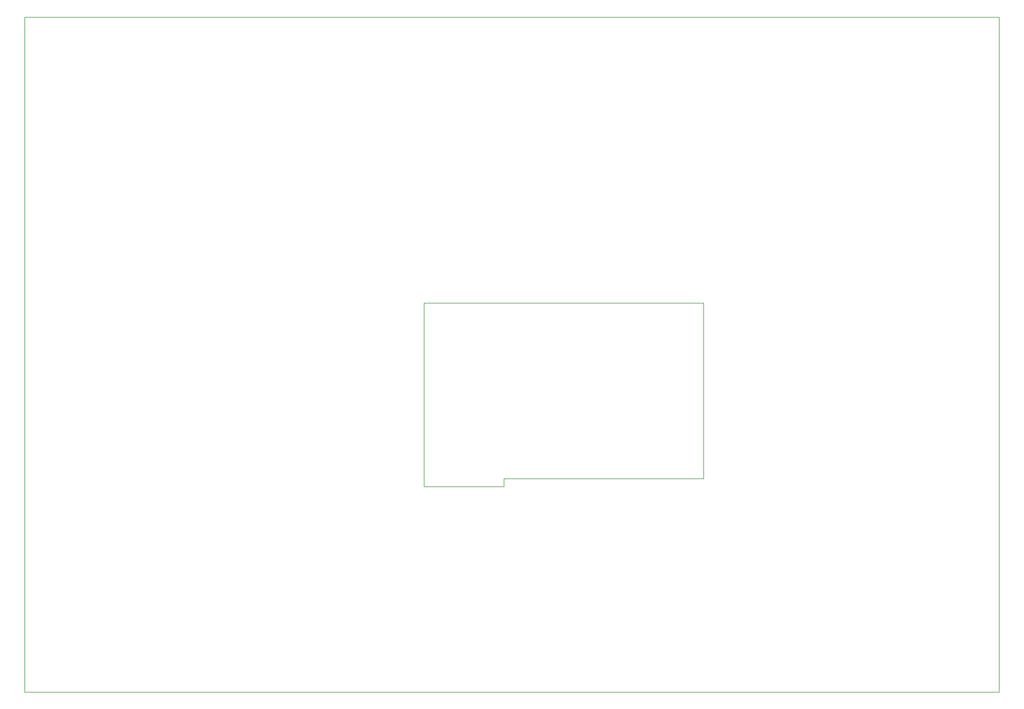
<source format=gbr>
G04 (created by PCBNEW (2013-07-07 BZR 4022)-stable) date 12/29/2015 8:26:52 AM*
%MOIN*%
G04 Gerber Fmt 3.4, Leading zero omitted, Abs format*
%FSLAX34Y34*%
G01*
G70*
G90*
G04 APERTURE LIST*
%ADD10C,0.00590551*%
%ADD11C,0.00393701*%
G04 APERTURE END LIST*
G54D10*
G54D11*
X84000Y-63500D02*
X84000Y-21250D01*
X23000Y-63500D02*
X84000Y-63500D01*
X23000Y-21250D02*
X23000Y-63500D01*
X84000Y-21250D02*
X23000Y-21250D01*
X53000Y-50150D02*
X54000Y-50150D01*
X53000Y-50650D02*
X53000Y-50150D01*
X48000Y-50650D02*
X53000Y-50650D01*
X48000Y-50150D02*
X48000Y-50650D01*
X65500Y-50150D02*
X54000Y-50150D01*
X65500Y-39150D02*
X65500Y-50150D01*
X65500Y-39150D02*
X48000Y-39150D01*
X48000Y-39150D02*
X48000Y-50150D01*
M02*

</source>
